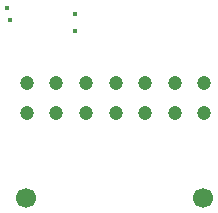
<source format=gbr>
%TF.GenerationSoftware,Altium Limited,Altium Designer,24.1.2 (44)*%
G04 Layer_Color=0*
%FSLAX45Y45*%
%MOMM*%
%TF.SameCoordinates,140E097B-8517-4C1D-959E-99074445C54D*%
%TF.FilePolarity,Positive*%
%TF.FileFunction,Plated,1,2,PTH,Drill*%
%TF.Part,Single*%
G01*
G75*
%TA.AperFunction,ComponentDrill*%
%ADD38C,1.20000*%
%ADD39C,1.70000*%
%TA.AperFunction,ViaDrill,NotFilled*%
%ADD40C,0.38100*%
D38*
X738000Y313500D02*
D03*
X488000D02*
D03*
X238000D02*
D03*
X-12000D02*
D03*
X-262000D02*
D03*
X-512000D02*
D03*
X-762000D02*
D03*
X738000Y63500D02*
D03*
X488000D02*
D03*
X238000D02*
D03*
X-12000D02*
D03*
X-262000D02*
D03*
X-512000D02*
D03*
X-762000D02*
D03*
D39*
X-767000Y-659000D02*
D03*
X730500D02*
D03*
D40*
X-927100Y952500D02*
D03*
X-907400Y850900D02*
D03*
X-355600Y755650D02*
D03*
Y895350D02*
D03*
%TF.MD5,3cca6cec11bcb5e62b5479ccb6053ece*%
M02*

</source>
